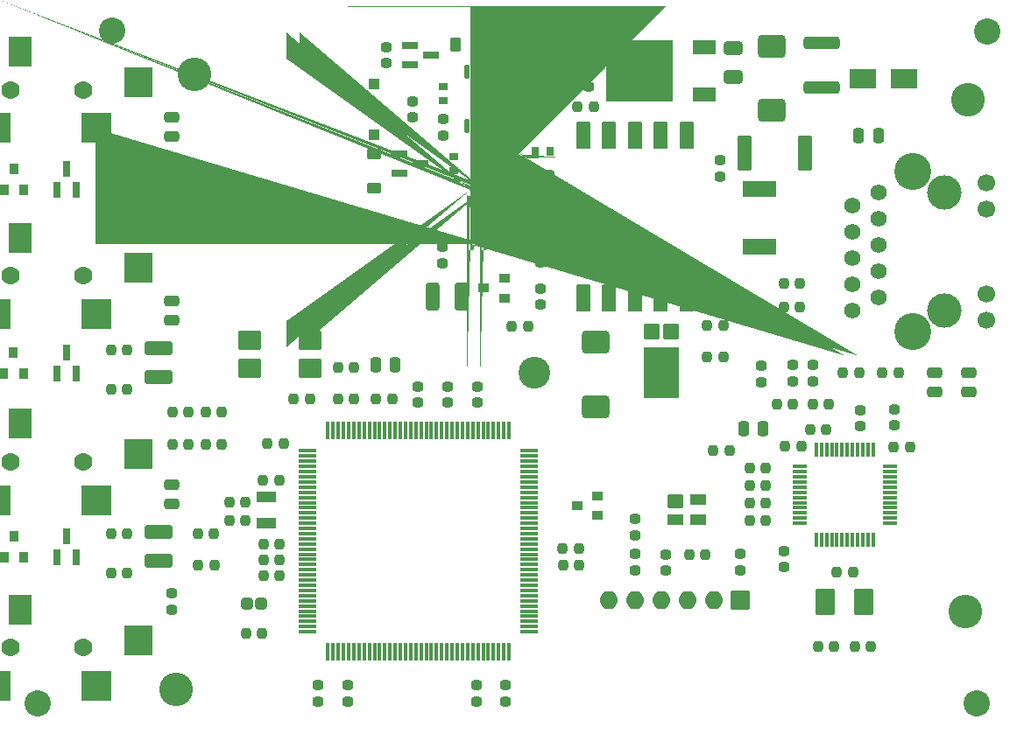
<source format=gbr>
%TF.GenerationSoftware,KiCad,Pcbnew,(6.0.9)*%
%TF.CreationDate,2022-11-17T17:06:12-06:00*%
%TF.ProjectId,IR2IP,49523249-502e-46b6-9963-61645f706362,rev?*%
%TF.SameCoordinates,PX55fe290PY8062360*%
%TF.FileFunction,Soldermask,Top*%
%TF.FilePolarity,Negative*%
%FSLAX46Y46*%
G04 Gerber Fmt 4.6, Leading zero omitted, Abs format (unit mm)*
G04 Created by KiCad (PCBNEW (6.0.9)) date 2022-11-17 17:06:12*
%MOMM*%
%LPD*%
G01*
G04 APERTURE LIST*
G04 Aperture macros list*
%AMRoundRect*
0 Rectangle with rounded corners*
0 $1 Rounding radius*
0 $2 $3 $4 $5 $6 $7 $8 $9 X,Y pos of 4 corners*
0 Add a 4 corners polygon primitive as box body*
4,1,4,$2,$3,$4,$5,$6,$7,$8,$9,$2,$3,0*
0 Add four circle primitives for the rounded corners*
1,1,$1+$1,$2,$3*
1,1,$1+$1,$4,$5*
1,1,$1+$1,$6,$7*
1,1,$1+$1,$8,$9*
0 Add four rect primitives between the rounded corners*
20,1,$1+$1,$2,$3,$4,$5,0*
20,1,$1+$1,$4,$5,$6,$7,0*
20,1,$1+$1,$6,$7,$8,$9,0*
20,1,$1+$1,$8,$9,$2,$3,0*%
%AMFreePoly0*
4,1,81,0.311773,0.286235,0.321096,0.283206,0.330902,0.283206,0.353297,0.275929,0.361229,0.270166,0.370552,0.267137,0.389602,0.253298,0.395366,0.245366,0.403298,0.239602,0.417137,0.220552,0.420166,0.211229,0.425929,0.203297,0.433206,0.180902,0.433206,0.171096,0.436235,0.161773,0.438100,0.150000,0.438100,-0.150000,0.436235,-0.161773,0.417137,-0.220552,0.403297,-0.239603,
0.353297,-0.275930,0.338100,-0.280867,0.338100,-0.430000,0.336235,-0.441773,0.333206,-0.451096,0.333206,-0.460902,0.325929,-0.483297,0.320166,-0.491229,0.317137,-0.500552,0.303298,-0.519602,0.295366,-0.525366,0.289602,-0.533298,0.270552,-0.547137,0.261229,-0.550166,0.253297,-0.555929,0.230902,-0.563206,0.221096,-0.563206,0.211773,-0.566235,0.200000,-0.568100,-0.200000,-0.568100,
-0.211773,-0.566235,-0.221096,-0.563206,-0.230902,-0.563206,-0.253297,-0.555929,-0.261229,-0.550166,-0.270552,-0.547137,-0.289602,-0.533298,-0.295366,-0.525366,-0.303298,-0.519602,-0.317137,-0.500552,-0.320166,-0.491229,-0.325929,-0.483297,-0.333206,-0.460902,-0.333206,-0.451096,-0.336235,-0.441773,-0.338100,-0.430000,-0.338100,-0.280867,-0.353297,-0.275930,-0.403297,-0.239603,-0.417137,-0.220552,
-0.436235,-0.161773,-0.438100,-0.150000,-0.438100,0.150000,-0.436235,0.161773,-0.433206,0.171096,-0.433206,0.180902,-0.425929,0.203297,-0.420166,0.211229,-0.417137,0.220552,-0.403298,0.239602,-0.395366,0.245366,-0.389602,0.253298,-0.370552,0.267137,-0.361229,0.270166,-0.353297,0.275929,-0.330902,0.283206,-0.321096,0.283206,-0.311773,0.286235,-0.300000,0.288100,0.300000,0.288100,
0.311773,0.286235,0.311773,0.286235,$1*%
G04 Aperture macros list end*
%ADD10RoundRect,0.038100X-1.250000X-0.850000X1.250000X-0.850000X1.250000X0.850000X-1.250000X0.850000X0*%
%ADD11RoundRect,0.256850X-0.256250X0.218750X-0.256250X-0.218750X0.256250X-0.218750X0.256250X0.218750X0*%
%ADD12RoundRect,0.256850X-0.218750X-0.256250X0.218750X-0.256250X0.218750X0.256250X-0.218750X0.256250X0*%
%ADD13RoundRect,0.256850X0.218750X0.256250X-0.218750X0.256250X-0.218750X-0.256250X0.218750X-0.256250X0*%
%ADD14RoundRect,0.281850X0.243750X0.456250X-0.243750X0.456250X-0.243750X-0.456250X0.243750X-0.456250X0*%
%ADD15C,3.326200*%
%ADD16C,1.576200*%
%ADD17C,1.696200*%
%ADD18C,3.576200*%
%ADD19RoundRect,0.256850X0.256250X-0.218750X0.256250X0.218750X-0.256250X0.218750X-0.256250X-0.218750X0*%
%ADD20RoundRect,0.281850X-0.456250X0.243750X-0.456250X-0.243750X0.456250X-0.243750X0.456250X0.243750X0*%
%ADD21RoundRect,0.038100X-0.850000X-1.200000X0.850000X-1.200000X0.850000X1.200000X-0.850000X1.200000X0*%
%ADD22RoundRect,0.038100X-0.125000X0.650000X-0.125000X-0.650000X0.125000X-0.650000X0.125000X0.650000X0*%
%ADD23RoundRect,0.038100X-0.650000X-0.125000X0.650000X-0.125000X0.650000X0.125000X-0.650000X0.125000X0*%
%ADD24RoundRect,0.038100X0.450000X0.600000X-0.450000X0.600000X-0.450000X-0.600000X0.450000X-0.600000X0*%
%ADD25RoundRect,0.281850X-0.243750X-0.456250X0.243750X-0.456250X0.243750X0.456250X-0.243750X0.456250X0*%
%ADD26RoundRect,0.288100X1.450000X-0.312500X1.450000X0.312500X-1.450000X0.312500X-1.450000X-0.312500X0*%
%ADD27RoundRect,0.288100X-0.375000X-1.075000X0.375000X-1.075000X0.375000X1.075000X-0.375000X1.075000X0*%
%ADD28RoundRect,0.038100X-0.600000X0.450000X-0.600000X-0.450000X0.600000X-0.450000X0.600000X0.450000X0*%
%ADD29RoundRect,0.038100X-0.350000X0.300000X-0.350000X-0.300000X0.350000X-0.300000X0.350000X0.300000X0*%
%ADD30RoundRect,0.038100X0.300000X0.350000X-0.300000X0.350000X-0.300000X-0.350000X0.300000X-0.350000X0*%
%ADD31RoundRect,0.070000X-0.650000X-0.300000X0.650000X-0.300000X0.650000X0.300000X-0.650000X0.300000X0*%
%ADD32RoundRect,0.038100X0.200000X-0.600000X0.200000X0.600000X-0.200000X0.600000X-0.200000X-0.600000X0*%
%ADD33RoundRect,0.038100X-0.475000X0.450000X-0.475000X-0.450000X0.475000X-0.450000X0.475000X0.450000X0*%
%ADD34RoundRect,0.288100X-0.625000X0.375000X-0.625000X-0.375000X0.625000X-0.375000X0.625000X0.375000X0*%
%ADD35RoundRect,0.288100X-1.075000X0.375000X-1.075000X-0.375000X1.075000X-0.375000X1.075000X0.375000X0*%
%ADD36RoundRect,0.038100X-0.850000X0.850000X-0.850000X-0.850000X0.850000X-0.850000X0.850000X0.850000X0*%
%ADD37O,1.776200X1.776200*%
%ADD38C,1.776200*%
%ADD39RoundRect,0.038100X-1.100000X-1.400000X1.100000X-1.400000X1.100000X1.400000X-1.100000X1.400000X0*%
%ADD40RoundRect,0.038100X-1.400000X-1.400000X1.400000X-1.400000X1.400000X1.400000X-1.400000X1.400000X0*%
%ADD41RoundRect,0.038100X-1.300000X-1.400000X1.300000X-1.400000X1.300000X1.400000X-1.300000X1.400000X0*%
%ADD42RoundRect,0.038100X0.450000X0.400000X-0.450000X0.400000X-0.450000X-0.400000X0.450000X-0.400000X0*%
%ADD43RoundRect,0.038100X0.400000X-0.450000X0.400000X0.450000X-0.400000X0.450000X-0.400000X-0.450000X0*%
%ADD44RoundRect,0.281850X0.456250X-0.243750X0.456250X0.243750X-0.456250X0.243750X-0.456250X-0.243750X0*%
%ADD45RoundRect,0.038100X-0.150000X0.775000X-0.150000X-0.775000X0.150000X-0.775000X0.150000X0.775000X0*%
%ADD46RoundRect,0.038100X-0.775000X-0.150000X0.775000X-0.150000X0.775000X0.150000X-0.775000X0.150000X0*%
%ADD47RoundRect,0.038100X1.050000X0.850000X-1.050000X0.850000X-1.050000X-0.850000X1.050000X-0.850000X0*%
%ADD48RoundRect,0.038100X-0.900000X0.500000X-0.900000X-0.500000X0.900000X-0.500000X0.900000X0.500000X0*%
%ADD49RoundRect,0.038100X1.568500X-0.693500X1.568500X0.693500X-1.568500X0.693500X-1.568500X-0.693500X0*%
%ADD50FreePoly0,180.000000*%
%ADD51FreePoly0,0.000000*%
%ADD52RoundRect,0.288100X0.425000X1.425000X-0.425000X1.425000X-0.425000X-1.425000X0.425000X-1.425000X0*%
%ADD53RoundRect,0.038100X-0.610000X-1.270000X0.610000X-1.270000X0.610000X1.270000X-0.610000X1.270000X0*%
%ADD54RoundRect,0.038100X1.680000X2.430000X-1.680000X2.430000X-1.680000X-2.430000X1.680000X-2.430000X0*%
%ADD55RoundRect,0.038100X0.695000X0.700000X-0.695000X0.700000X-0.695000X-0.700000X0.695000X-0.700000X0*%
%ADD56RoundRect,0.038100X-0.700000X0.600000X-0.700000X-0.600000X0.700000X-0.600000X0.700000X0.600000X0*%
%ADD57RoundRect,0.038100X-0.700000X0.500000X-0.700000X-0.500000X0.700000X-0.500000X0.700000X0.500000X0*%
%ADD58RoundRect,0.288100X1.025000X-0.787500X1.025000X0.787500X-1.025000X0.787500X-1.025000X-0.787500X0*%
%ADD59RoundRect,0.288100X0.287500X0.275000X-0.287500X0.275000X-0.287500X-0.275000X0.287500X-0.275000X0*%
%ADD60RoundRect,0.038100X1.100000X0.600000X-1.100000X0.600000X-1.100000X-0.600000X1.100000X-0.600000X0*%
%ADD61RoundRect,0.038100X3.200000X2.900000X-3.200000X2.900000X-3.200000X-2.900000X3.200000X-2.900000X0*%
%ADD62C,2.540000*%
%ADD63RoundRect,0.070000X0.300000X-0.650000X0.300000X0.650000X-0.300000X0.650000X-0.300000X-0.650000X0*%
%ADD64C,3.076200*%
%ADD65C,3.251200*%
G04 APERTURE END LIST*
D10*
%TO.C,D1*%
X89830000Y63100000D03*
X85830000Y63100000D03*
%TD*%
D11*
%TO.C,R7*%
X49330000Y55907500D03*
X49330000Y54332500D03*
%TD*%
D12*
%TO.C,C13*%
X85064500Y8128000D03*
X86639500Y8128000D03*
%TD*%
D11*
%TO.C,C15*%
X78200000Y17375500D03*
X78200000Y15800500D03*
%TD*%
D13*
%TO.C,C16*%
X72987500Y27100000D03*
X71412500Y27100000D03*
%TD*%
%TO.C,C18*%
X76487500Y20300000D03*
X74912500Y20300000D03*
%TD*%
%TO.C,C20*%
X76487500Y23700000D03*
X74912500Y23700000D03*
%TD*%
%TO.C,C21*%
X76487500Y25400000D03*
X74912500Y25400000D03*
%TD*%
D14*
%TO.C,FB1*%
X76237500Y29200000D03*
X74362500Y29200000D03*
%TD*%
D15*
%TO.C,J1*%
X93720000Y52045000D03*
X93720000Y40615000D03*
D16*
X84830000Y40615000D03*
X87370000Y41885000D03*
X84830000Y43155000D03*
X87370000Y44425000D03*
X84830000Y45695000D03*
X87370000Y46965000D03*
X84830000Y48235000D03*
X87370000Y49505000D03*
X84830000Y50775000D03*
X87370000Y52045000D03*
D17*
X97800000Y39700000D03*
X97800000Y42240000D03*
X97800000Y50420000D03*
X97800000Y52960000D03*
D18*
X90670000Y54075000D03*
X90670000Y38585000D03*
%TD*%
D13*
%TO.C,R15*%
X84887500Y15300000D03*
X83312500Y15300000D03*
%TD*%
D12*
%TO.C,C17*%
X88824500Y27400000D03*
X90399500Y27400000D03*
%TD*%
D13*
%TO.C,C12*%
X83083500Y8128000D03*
X81508500Y8128000D03*
%TD*%
D19*
%TO.C,C26*%
X85598000Y29438500D03*
X85598000Y31013500D03*
%TD*%
D11*
%TO.C,C27*%
X88900000Y31087500D03*
X88900000Y29512500D03*
%TD*%
D12*
%TO.C,C28*%
X78212500Y43300000D03*
X79787500Y43300000D03*
%TD*%
D20*
%TO.C,R21*%
X96100000Y34637500D03*
X96100000Y32762500D03*
%TD*%
%TO.C,R22*%
X92800000Y34599500D03*
X92800000Y32724500D03*
%TD*%
D21*
%TO.C,Y1*%
X82250000Y12400000D03*
X85950000Y12400000D03*
%TD*%
D13*
%TO.C,C25*%
X82321500Y29100000D03*
X80746500Y29100000D03*
%TD*%
%TO.C,R23*%
X79787500Y41000000D03*
X78212500Y41000000D03*
%TD*%
D19*
%TO.C,C19*%
X76000000Y33712500D03*
X76000000Y35287500D03*
%TD*%
D22*
%TO.C,U4*%
X86850000Y27150000D03*
X86350000Y27150000D03*
X85850000Y27150000D03*
X85350000Y27150000D03*
X84850000Y27150000D03*
X84350000Y27150000D03*
X83850000Y27150000D03*
X83350000Y27150000D03*
X82850000Y27150000D03*
X82350000Y27150000D03*
X81850000Y27150000D03*
X81350000Y27150000D03*
D23*
X79750000Y25550000D03*
X79750000Y25050000D03*
X79750000Y24550000D03*
X79750000Y24050000D03*
X79750000Y23550000D03*
X79750000Y23050000D03*
X79750000Y22550000D03*
X79750000Y22050000D03*
X79750000Y21550000D03*
X79750000Y21050000D03*
X79750000Y20550000D03*
X79750000Y20050000D03*
D22*
X81350000Y18450000D03*
X81850000Y18450000D03*
X82350000Y18450000D03*
X82850000Y18450000D03*
X83350000Y18450000D03*
X83850000Y18450000D03*
X84350000Y18450000D03*
X84850000Y18450000D03*
X85350000Y18450000D03*
X85850000Y18450000D03*
X86350000Y18450000D03*
X86850000Y18450000D03*
D23*
X88450000Y20050000D03*
X88450000Y20550000D03*
X88450000Y21050000D03*
X88450000Y21550000D03*
X88450000Y22050000D03*
X88450000Y22550000D03*
X88450000Y23050000D03*
X88450000Y23550000D03*
X88450000Y24050000D03*
X88450000Y24550000D03*
X88450000Y25050000D03*
X88450000Y25550000D03*
%TD*%
D13*
%TO.C,R18*%
X89287500Y34600000D03*
X87712500Y34600000D03*
%TD*%
%TO.C,R19*%
X79087500Y31600000D03*
X77512500Y31600000D03*
%TD*%
D11*
%TO.C,C24*%
X81000000Y35387500D03*
X81000000Y33812500D03*
%TD*%
D12*
%TO.C,R20*%
X83912500Y34600000D03*
X85487500Y34600000D03*
%TD*%
%TO.C,R17*%
X81012500Y31600000D03*
X82587500Y31600000D03*
%TD*%
D11*
%TO.C,C23*%
X79100000Y35387500D03*
X79100000Y33812500D03*
%TD*%
D13*
%TO.C,C14*%
X76487500Y22000000D03*
X74912500Y22000000D03*
%TD*%
%TO.C,R16*%
X79887500Y27500000D03*
X78312500Y27500000D03*
%TD*%
D12*
%TO.C,C22*%
X78212500Y38800000D03*
X79787500Y38800000D03*
%TD*%
D24*
%TO.C,D2*%
X49750000Y66400000D03*
X46450000Y66400000D03*
%TD*%
D25*
%TO.C,C1*%
X85462500Y57600000D03*
X87337500Y57600000D03*
%TD*%
D26*
%TO.C,C2*%
X81830000Y62232500D03*
X81830000Y66507500D03*
%TD*%
D11*
%TO.C,C4*%
X51110000Y56050000D03*
X51110000Y54475000D03*
%TD*%
D25*
%TO.C,C5*%
X53650500Y53510000D03*
X55525500Y53510000D03*
%TD*%
D11*
%TO.C,C6*%
X72080000Y55157500D03*
X72080000Y53582500D03*
%TD*%
%TO.C,C8*%
X54650000Y46885000D03*
X54650000Y45310000D03*
%TD*%
D13*
%TO.C,C9*%
X72367500Y36120000D03*
X70792500Y36120000D03*
%TD*%
D27*
%TO.C,C10*%
X44300000Y42000000D03*
X47100000Y42000000D03*
%TD*%
D28*
%TO.C,D3*%
X38580000Y55770000D03*
X38580000Y52470000D03*
%TD*%
D29*
%TO.C,D4*%
X45330000Y60920000D03*
X45330000Y62320000D03*
%TD*%
%TO.C,D5*%
X46330000Y54170000D03*
X46330000Y55570000D03*
%TD*%
D30*
%TO.C,D6*%
X54220000Y56050000D03*
X55620000Y56050000D03*
%TD*%
D31*
%TO.C,Q1*%
X42040000Y66300000D03*
X42040000Y64400000D03*
X44140000Y65350000D03*
%TD*%
D11*
%TO.C,R1*%
X45330000Y59157500D03*
X45330000Y57582500D03*
%TD*%
D19*
%TO.C,R2*%
X39830000Y64582500D03*
X39830000Y66157500D03*
%TD*%
%TO.C,R3*%
X54920000Y60342500D03*
X54920000Y61917500D03*
%TD*%
D11*
%TO.C,R4*%
X42330000Y60907500D03*
X42330000Y59332500D03*
%TD*%
D19*
%TO.C,R5*%
X59330000Y62332500D03*
X59330000Y63907500D03*
%TD*%
D11*
%TO.C,R6*%
X57460000Y65727500D03*
X57460000Y64152500D03*
%TD*%
D19*
%TO.C,R13*%
X54650000Y41195000D03*
X54650000Y42770000D03*
%TD*%
D12*
%TO.C,R14*%
X51912500Y39100000D03*
X53487500Y39100000D03*
%TD*%
D32*
%TO.C,U1*%
X47617500Y58530000D03*
X48252500Y58530000D03*
X48887500Y58530000D03*
X49522500Y58530000D03*
X50157500Y58530000D03*
X50792500Y58530000D03*
X51427500Y58530000D03*
X52062500Y58530000D03*
X52062500Y63730000D03*
X51427500Y63730000D03*
X50792500Y63730000D03*
X50157500Y63730000D03*
X49522500Y63730000D03*
X48887500Y63730000D03*
X48252500Y63730000D03*
X47617500Y63730000D03*
%TD*%
D33*
%TO.C,Z1*%
X38580000Y57645000D03*
X38580000Y62595000D03*
%TD*%
D31*
%TO.C,Q2*%
X41030000Y55820000D03*
X41030000Y53920000D03*
X43130000Y54870000D03*
%TD*%
D34*
%TO.C,R9*%
X73330000Y66020000D03*
X73330000Y63220000D03*
%TD*%
D12*
%TO.C,C29*%
X69062500Y17018000D03*
X70637500Y17018000D03*
%TD*%
D19*
%TO.C,C32*%
X48600000Y31712500D03*
X48600000Y33287500D03*
%TD*%
D13*
%TO.C,C34*%
X29467500Y24220000D03*
X27892500Y24220000D03*
%TD*%
D12*
%TO.C,C37*%
X38812500Y32100000D03*
X40387500Y32100000D03*
%TD*%
%TO.C,C39*%
X56870500Y16002000D03*
X58445500Y16002000D03*
%TD*%
D13*
%TO.C,C40*%
X36687500Y35100000D03*
X35112500Y35100000D03*
%TD*%
D11*
%TO.C,C43*%
X48500000Y4387500D03*
X48500000Y2812500D03*
%TD*%
%TO.C,C44*%
X42800000Y33287500D03*
X42800000Y31712500D03*
%TD*%
D13*
%TO.C,C46*%
X29489500Y16510000D03*
X27914500Y16510000D03*
%TD*%
D11*
%TO.C,C47*%
X51300000Y4387500D03*
X51300000Y2812500D03*
%TD*%
D12*
%TO.C,C48*%
X56812500Y17600000D03*
X58387500Y17600000D03*
%TD*%
D13*
%TO.C,C49*%
X23167500Y16020000D03*
X21592500Y16020000D03*
%TD*%
D12*
%TO.C,C50*%
X35112500Y32100000D03*
X36687500Y32100000D03*
%TD*%
D13*
%TO.C,C52*%
X26187500Y20320000D03*
X24612500Y20320000D03*
%TD*%
%TO.C,C53*%
X26187500Y22098000D03*
X24612500Y22098000D03*
%TD*%
D35*
%TO.C,C54*%
X17780000Y54740000D03*
X17780000Y51940000D03*
%TD*%
%TO.C,C55*%
X17780000Y36960000D03*
X17780000Y34160000D03*
%TD*%
%TO.C,C56*%
X17780000Y19180000D03*
X17780000Y16380000D03*
%TD*%
D14*
%TO.C,FB2*%
X40637500Y35400000D03*
X38762500Y35400000D03*
%TD*%
D36*
%TO.C,J2*%
X74000000Y12600000D03*
D37*
X71460000Y12600000D03*
X68920000Y12600000D03*
X66380000Y12600000D03*
X63840000Y12600000D03*
X61300000Y12600000D03*
%TD*%
D38*
%TO.C,J3*%
X10500000Y62000000D03*
X3500000Y62000000D03*
D39*
X2400000Y58300000D03*
D40*
X11800000Y58300000D03*
D39*
X4400000Y65700000D03*
D41*
X15800000Y62750000D03*
%TD*%
D38*
%TO.C,J4*%
X3500000Y44000000D03*
X10500000Y44000000D03*
D39*
X2400000Y40300000D03*
D40*
X11800000Y40300000D03*
D39*
X4400000Y47700000D03*
D41*
X15800000Y44750000D03*
%TD*%
D38*
%TO.C,J5*%
X3500000Y26000000D03*
X10500000Y26000000D03*
D39*
X2400000Y22300000D03*
D40*
X11800000Y22300000D03*
D39*
X4400000Y29700000D03*
D41*
X15800000Y26750000D03*
%TD*%
D38*
%TO.C,J6*%
X3500000Y8000000D03*
X10500000Y8000000D03*
D39*
X2400000Y4300000D03*
D40*
X11800000Y4300000D03*
D39*
X4400000Y11700000D03*
D41*
X15800000Y8750000D03*
%TD*%
D42*
%TO.C,Q4*%
X60220000Y20824000D03*
X60220000Y22724000D03*
X58220000Y21774000D03*
%TD*%
D43*
%TO.C,Q8*%
X2850000Y52340000D03*
X4750000Y52340000D03*
X3800000Y54340000D03*
%TD*%
%TO.C,Q9*%
X2800000Y34560000D03*
X4700000Y34560000D03*
X3750000Y36560000D03*
%TD*%
%TO.C,Q10*%
X2860000Y16780000D03*
X4760000Y16780000D03*
X3810000Y18780000D03*
%TD*%
D12*
%TO.C,R24*%
X21564500Y19050000D03*
X23139500Y19050000D03*
%TD*%
D13*
%TO.C,R26*%
X23887500Y30800000D03*
X22312500Y30800000D03*
%TD*%
%TO.C,R27*%
X23887500Y27700000D03*
X22312500Y27700000D03*
%TD*%
D19*
%TO.C,R28*%
X66802000Y15468500D03*
X66802000Y17043500D03*
%TD*%
D11*
%TO.C,R29*%
X74000000Y17087500D03*
X74000000Y15512500D03*
%TD*%
%TO.C,R30*%
X63800000Y17075500D03*
X63800000Y15500500D03*
%TD*%
D19*
%TO.C,R31*%
X63800000Y18912500D03*
X63800000Y20487500D03*
%TD*%
D13*
%TO.C,R32*%
X14757500Y50800000D03*
X13182500Y50800000D03*
%TD*%
%TO.C,R33*%
X14757500Y33020000D03*
X13182500Y33020000D03*
%TD*%
%TO.C,R34*%
X14757500Y15240000D03*
X13182500Y15240000D03*
%TD*%
%TO.C,R35*%
X14757500Y54610000D03*
X13182500Y54610000D03*
%TD*%
%TO.C,R36*%
X14757500Y36830000D03*
X13182500Y36830000D03*
%TD*%
%TO.C,R37*%
X14757500Y19050000D03*
X13182500Y19050000D03*
%TD*%
D44*
%TO.C,R38*%
X19050000Y57482500D03*
X19050000Y59357500D03*
%TD*%
%TO.C,R40*%
X19050000Y21922500D03*
X19050000Y23797500D03*
%TD*%
D11*
%TO.C,R41*%
X19050000Y13287500D03*
X19050000Y11712500D03*
%TD*%
D45*
%TO.C,U5*%
X51650000Y29000000D03*
X51150000Y29000000D03*
X50650000Y29000000D03*
X50150000Y29000000D03*
X49650000Y29000000D03*
X49150000Y29000000D03*
X48650000Y29000000D03*
X48150000Y29000000D03*
X47650000Y29000000D03*
X47150000Y29000000D03*
X46650000Y29000000D03*
X46150000Y29000000D03*
X45650000Y29000000D03*
X45150000Y29000000D03*
X44650000Y29000000D03*
X44150000Y29000000D03*
X43650000Y29000000D03*
X43150000Y29000000D03*
X42650000Y29000000D03*
X42150000Y29000000D03*
X41650000Y29000000D03*
X41150000Y29000000D03*
X40650000Y29000000D03*
X40150000Y29000000D03*
X39650000Y29000000D03*
X39150000Y29000000D03*
X38650000Y29000000D03*
X38150000Y29000000D03*
X37650000Y29000000D03*
X37150000Y29000000D03*
X36650000Y29000000D03*
X36150000Y29000000D03*
X35650000Y29000000D03*
X35150000Y29000000D03*
X34650000Y29000000D03*
X34150000Y29000000D03*
D46*
X32200000Y27050000D03*
X32200000Y26550000D03*
X32200000Y26050000D03*
X32200000Y25550000D03*
X32200000Y25050000D03*
X32200000Y24550000D03*
X32200000Y24050000D03*
X32200000Y23550000D03*
X32200000Y23050000D03*
X32200000Y22550000D03*
X32200000Y22050000D03*
X32200000Y21550000D03*
X32200000Y21050000D03*
X32200000Y20550000D03*
X32200000Y20050000D03*
X32200000Y19550000D03*
X32200000Y19050000D03*
X32200000Y18550000D03*
X32200000Y18050000D03*
X32200000Y17550000D03*
X32200000Y17050000D03*
X32200000Y16550000D03*
X32200000Y16050000D03*
X32200000Y15550000D03*
X32200000Y15050000D03*
X32200000Y14550000D03*
X32200000Y14050000D03*
X32200000Y13550000D03*
X32200000Y13050000D03*
X32200000Y12550000D03*
X32200000Y12050000D03*
X32200000Y11550000D03*
X32200000Y11050000D03*
X32200000Y10550000D03*
X32200000Y10050000D03*
X32200000Y9550000D03*
D45*
X34150000Y7600000D03*
X34650000Y7600000D03*
X35150000Y7600000D03*
X35650000Y7600000D03*
X36150000Y7600000D03*
X36650000Y7600000D03*
X37150000Y7600000D03*
X37650000Y7600000D03*
X38150000Y7600000D03*
X38650000Y7600000D03*
X39150000Y7600000D03*
X39650000Y7600000D03*
X40150000Y7600000D03*
X40650000Y7600000D03*
X41150000Y7600000D03*
X41650000Y7600000D03*
X42150000Y7600000D03*
X42650000Y7600000D03*
X43150000Y7600000D03*
X43650000Y7600000D03*
X44150000Y7600000D03*
X44650000Y7600000D03*
X45150000Y7600000D03*
X45650000Y7600000D03*
X46150000Y7600000D03*
X46650000Y7600000D03*
X47150000Y7600000D03*
X47650000Y7600000D03*
X48150000Y7600000D03*
X48650000Y7600000D03*
X49150000Y7600000D03*
X49650000Y7600000D03*
X50150000Y7600000D03*
X50650000Y7600000D03*
X51150000Y7600000D03*
X51650000Y7600000D03*
D46*
X53600000Y9550000D03*
X53600000Y10050000D03*
X53600000Y10550000D03*
X53600000Y11050000D03*
X53600000Y11550000D03*
X53600000Y12050000D03*
X53600000Y12550000D03*
X53600000Y13050000D03*
X53600000Y13550000D03*
X53600000Y14050000D03*
X53600000Y14550000D03*
X53600000Y15050000D03*
X53600000Y15550000D03*
X53600000Y16050000D03*
X53600000Y16550000D03*
X53600000Y17050000D03*
X53600000Y17550000D03*
X53600000Y18050000D03*
X53600000Y18550000D03*
X53600000Y19050000D03*
X53600000Y19550000D03*
X53600000Y20050000D03*
X53600000Y20550000D03*
X53600000Y21050000D03*
X53600000Y21550000D03*
X53600000Y22050000D03*
X53600000Y22550000D03*
X53600000Y23050000D03*
X53600000Y23550000D03*
X53600000Y24050000D03*
X53600000Y24550000D03*
X53600000Y25050000D03*
X53600000Y25550000D03*
X53600000Y26050000D03*
X53600000Y26550000D03*
X53600000Y27050000D03*
%TD*%
D47*
%TO.C,Y2*%
X32450000Y37750000D03*
X26550000Y37750000D03*
X26550000Y35050000D03*
X32450000Y35050000D03*
%TD*%
D48*
%TO.C,Y3*%
X28230000Y20070000D03*
X28230000Y22570000D03*
%TD*%
D13*
%TO.C,C51*%
X32399500Y32100000D03*
X30824500Y32100000D03*
%TD*%
D19*
%TO.C,C31*%
X45700000Y31712500D03*
X45700000Y33287500D03*
%TD*%
D13*
%TO.C,C33*%
X29887500Y27800000D03*
X28312500Y27800000D03*
%TD*%
%TO.C,C35*%
X29489500Y18034000D03*
X27914500Y18034000D03*
%TD*%
%TO.C,C38*%
X27787500Y9400000D03*
X26212500Y9400000D03*
%TD*%
%TO.C,C36*%
X29489500Y14986000D03*
X27914500Y14986000D03*
%TD*%
D12*
%TO.C,R25*%
X19100500Y27700000D03*
X20675500Y27700000D03*
%TD*%
%TO.C,C41*%
X19112500Y30800000D03*
X20687500Y30800000D03*
%TD*%
D11*
%TO.C,C42*%
X33200000Y4387500D03*
X33200000Y2812500D03*
%TD*%
%TO.C,C45*%
X36100000Y4387500D03*
X36100000Y2812500D03*
%TD*%
D42*
%TO.C,U3*%
X51200000Y41850000D03*
X51200000Y43750000D03*
X49200000Y42800000D03*
%TD*%
D44*
%TO.C,R39*%
X19050000Y39702500D03*
X19050000Y41577500D03*
%TD*%
D49*
%TO.C,C7*%
X75830000Y46852000D03*
X75830000Y52388000D03*
%TD*%
D50*
%TO.C,U2*%
X47935000Y47100000D03*
X49205000Y47100000D03*
D51*
X49205000Y52300000D03*
X47935000Y52300000D03*
%TD*%
D52*
%TO.C,R8*%
X80230000Y55870000D03*
X74430000Y55870000D03*
%TD*%
D12*
%TO.C,R10*%
X58274500Y60370000D03*
X59849500Y60370000D03*
%TD*%
D53*
%TO.C,T1*%
X58810000Y57580000D03*
X61310000Y57580000D03*
X63810000Y57580000D03*
X66310000Y57580000D03*
X68810000Y57580000D03*
X68810000Y41820000D03*
X66310000Y41820000D03*
X63810000Y41820000D03*
X61310000Y41820000D03*
X58860000Y41820000D03*
%TD*%
D54*
%TO.C,D7*%
X66350000Y34610000D03*
D55*
X67270000Y38592000D03*
X65430000Y38592000D03*
%TD*%
D56*
%TO.C,U6*%
X67730000Y22140000D03*
D57*
X67730000Y20420000D03*
X69930000Y20420000D03*
X69930000Y22320000D03*
%TD*%
D11*
%TO.C,R11*%
X45200000Y46787500D03*
X45200000Y45212500D03*
%TD*%
D58*
%TO.C,C3*%
X77080000Y60007500D03*
X77080000Y66232500D03*
%TD*%
%TO.C,C11*%
X60000000Y31347500D03*
X60000000Y37572500D03*
%TD*%
D59*
%TO.C,C30*%
X27712500Y12300000D03*
X26287500Y12300000D03*
%TD*%
D60*
%TO.C,Q3*%
X70530000Y61590000D03*
D61*
X64230000Y63870000D03*
D60*
X70530000Y66150000D03*
%TD*%
D62*
%TO.C,FID3*%
X97830000Y67620000D03*
%TD*%
%TO.C,FID1*%
X6080000Y2620000D03*
%TD*%
D63*
%TO.C,Q5*%
X7940000Y52290000D03*
X9840000Y52290000D03*
X8890000Y54390000D03*
%TD*%
%TO.C,Q6*%
X7940000Y34510000D03*
X9840000Y34510000D03*
X8890000Y36610000D03*
%TD*%
%TO.C,Q7*%
X7940000Y16730000D03*
X9840000Y16730000D03*
X8890000Y18830000D03*
%TD*%
D12*
%TO.C,R12*%
X70792500Y39207500D03*
X72367500Y39207500D03*
%TD*%
D64*
%TO.C,TP1*%
X54080000Y34620000D03*
%TD*%
D65*
%TO.C,REF\u002A\u002A*%
X95750000Y11500000D03*
%TD*%
%TO.C,REF\u002A\u002A*%
X96000000Y61000000D03*
%TD*%
%TO.C,REF\u002A\u002A*%
X21250000Y63500000D03*
%TD*%
%TO.C,REF\u002A\u002A*%
X19500000Y4000000D03*
%TD*%
D62*
%TO.C,FID2*%
X13250000Y67750000D03*
%TD*%
%TO.C,FID4*%
X96830000Y2620000D03*
%TD*%
M02*

</source>
